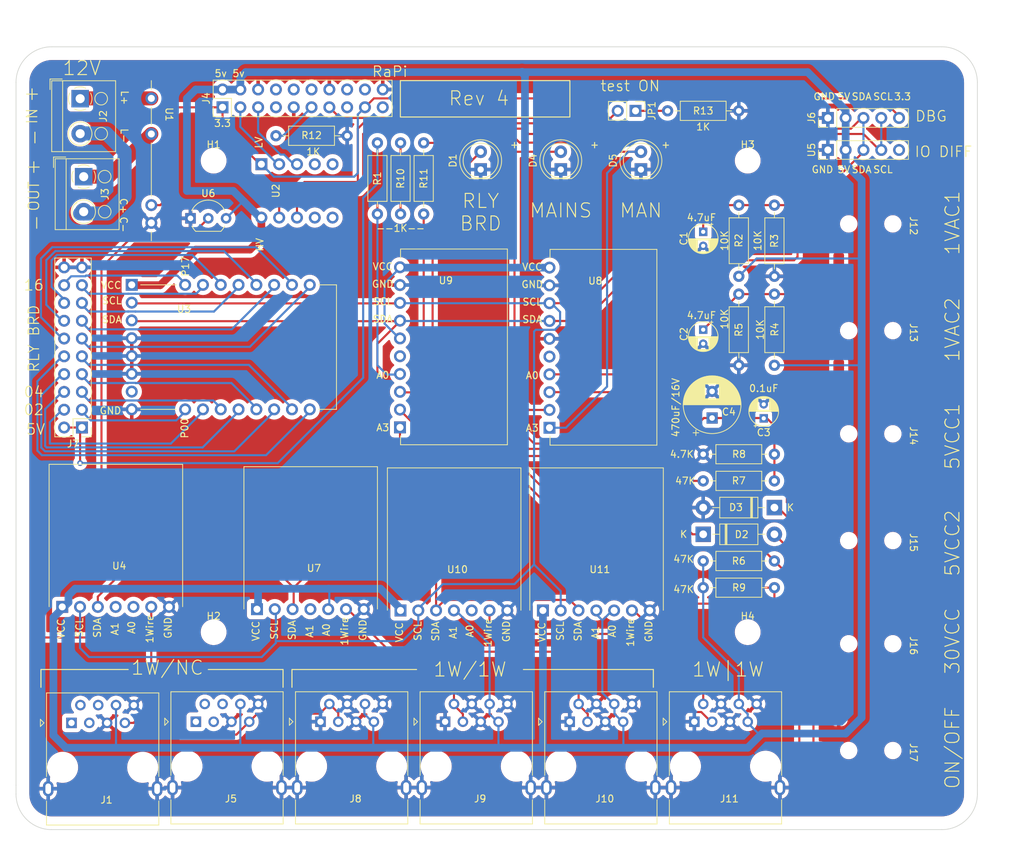
<source format=kicad_pcb>
(kicad_pcb (version 20211014) (generator pcbnew)
  (title_block (title "Main PCB") (rev "4"))
  (layers (0 "F.Cu" signal) (31 "B.Cu" signal) (34 "B.Paste" user) (35 "F.Paste" user) (36 "B.SilkS" user "B.Silkscreen") (37 "F.SilkS" user "F.Silkscreen") (38 "B.Mask" user) (39 "F.Mask" user) (44 "Edge.Cuts" user))
  (net 0 "")
  (net 1 "GND")
  (net 2 "Net-(C1-Pad1)")
  (net 3 "Net-(C2-Pad1)")
  (net 8 "Net-(D2-Pad1)")
  (net 9 "Net-(D2-Pad2)")
  (net 10 "Net-(D3-Pad1)")
  (net 11 "+5V")
  (net 12 "Net-(J1-Pad7)")
  (net 13 "/+3.3V")
  (net 14 "/SDA_L")
  (net 15 "/SCL_L")
  (net 16 "Net-(J4-Pad11)")
  (net 17 "Net-(J4-Pad13)")
  (net 18 "Net-(J10-Pad2)")
  (net 19 "Net-(J11-Pad2)")
  (net 20 "/A2{slash}1")
  (net 22 "/A1{slash}2")
  (net 25 "Net-(J15-Pad2)")
  (net 26 "/SDA")
  (net 27 "/SCL")
  (net 33 "/5VSS")
  (net 34 "/R01")
  (net 35 "/R02")
  (net 36 "/R15")
  (net 37 "/R16")
  (net 38 "/A1{slash}3")
  (net 39 "Net-(J2-Pad1)")
  (net 52 "Net-(J7-Pad8)")
  (net 53 "Net-(J7-Pad9)")
  (net 54 "Net-(J7-Pad10)")
  (net 55 "Net-(J7-Pad11)")
  (net 56 "Net-(J7-Pad12)")
  (net 57 "Net-(J7-Pad13)")
  (net 58 "Net-(J7-Pad14)")
  (net 59 "Net-(J7-Pad15)")
  (net 60 "Net-(J7-Pad16)")
  (net 61 "/A1{slash}0")
  (net 62 "/A1{slash}1")
  (net 63 "Net-(J14-Pad2)")
  (net 66 "/A2{slash}2")
  (net 67 "/A2{slash}3")
  (net 68 "Net-(JP1-Pad1)")
  (net 76 "/A2{slash}0")
  (net 77 "Net-(J7-Pad5)")
  (net 78 "Net-(J7-Pad6)")
  (net 79 "Net-(J7-Pad7)")
  (net 80 "Net-(J11-Pad3)")
  (net 81 "Net-(J2-Pad2)")
  (net 82 "Net-(J3-Pad1)")
  (footprint "Connector_PinHeader_2.54mm:PinHeader_1x02_P2.54mm_Vertical" (layer "F.Cu") (at 129.032 39.624 -90)
    (fp_text reference "JP1")
    (fp_text value "Jumper_2_Open")
  )
  (footprint "Resistor_THT:R_Axial_DIN0207_L6.3mm_D2.5mm_P10.16mm_Horizontal" (layer "F.Cu") (at 95.504 44.196 -90)
    (fp_text reference "R10")
    (fp_text value "1K")
  )
  (footprint "TerminalBlock_RND:TerminalBlock_RND_205-00001_1x02_P5.00mm_Horizontal" (layer "F.Cu") (at 49.792 37.886 -90)
    (fp_text reference "J2")
    (fp_text value "12V IN")
  )
  (footprint "Library:RJ45_Ninigi_GE_silver" (layer "F.Cu") (at 48.5555 127)
    (fp_text reference "J1")
    (fp_text value "RJ45_NC1W")
  )
  (footprint "LED_THT:LED_D5.0mm" (layer "F.Cu") (at 118.364 48.006 90)
    (fp_text reference "D4")
    (fp_text value "LED")
  )
  (footprint "Capacitor_THT:CP_Radial_D8.0mm_P3.80mm" (layer "F.Cu") (at 139.954 83.47838 90)
    (fp_text reference "C4")
    (fp_text value "470uF/16V")
  )
  (footprint "Library:PCF_8575" (layer "F.Cu") (at 54.61 61.9252)
    (fp_text reference "U3")
    (fp_text value "PCF_8575")
  )
  (footprint "Library:Pololu Level Shifter" (layer "F.Cu") (at 74.377 56.134 90)
    (fp_text reference "U2")
    (fp_text value "Pololu_Level_Shifter")
  )
  (footprint "Resistor_THT:R_Axial_DIN0207_L6.3mm_D2.5mm_P10.16mm_Horizontal" (layer "F.Cu") (at 138.684 88.646)
    (fp_text reference "R8")
    (fp_text value "4.7K")
  )
  (footprint "Capacitor_THT:CP_Radial_D4.0mm_P2.00mm" (layer "F.Cu") (at 147.32 83.5226 90)
    (fp_text reference "C3")
    (fp_text value "0.1uF")
  )
  (footprint "LED_THT:LED_D5.0mm" (layer "F.Cu") (at 129.794 48.006 90)
    (fp_text reference "D5")
    (fp_text value "LED")
  )
  (footprint "Library:3.5mmJack SMD" (layer "F.Cu") (at 167.7749 45.2991 -90)
    (fp_text reference "J12")
    (fp_text value "3.5Inch_Audio")
  )
  (footprint "Library:3.5mmJack SMD" (layer "F.Cu") (at 167.7749 75.2711 -90)
    (fp_text reference "J14")
    (fp_text value "3.5Inch_Audio")
  )
  (footprint "Resistor_THT:R_Axial_DIN0207_L6.3mm_D2.5mm_P10.16mm_Horizontal" (layer "F.Cu") (at 148.844 103.886 180)
    (fp_text reference "R6")
    (fp_text value "47K")
  )
  (footprint "Connector_PinHeader_2.54mm:PinHeader_1x05_P2.54mm_Vertical" (layer "F.Cu") (at 156.469 45.212 90)
    (fp_text reference "U5")
    (fp_text value "PCA9615_I2C_Diff")
  )
  (footprint "Library:RJ45_Ninigi_GE_silver" (layer "F.Cu") (at 119.64 126.8375)
    (fp_text reference "J10")
    (fp_text value "RJ45_1W1W")
  )
  (footprint "Diode_THT:D_DO-41_SOD81_P10.16mm_Horizontal" (layer "F.Cu") (at 148.844 96.266 180)
    (fp_text reference "D3")
    (fp_text value "1N4001")
  )
  (footprint "MountingHole:MountingHole_2.5mm" (layer "F.Cu") (at 68.834 114.046)
    (fp_text reference "H2")
    (fp_text value "MountingHole")
  )
  (footprint "MountingHole:MountingHole_2.5mm" (layer "F.Cu") (at 145.034 46.736)
    (fp_text reference "H3")
    (fp_text value "MountingHole")
  )
  (footprint "Library:3.5mmJack SMD" (layer "F.Cu") (at 167.7749 120.4831 -90)
    (fp_text reference "J17")
    (fp_text value locked "3.5Inch_Audio")
  )
  (footprint "MountingHole:MountingHole_2.5mm" (layer "F.Cu") (at 68.834 46.736)
    (fp_text reference "H1")
    (fp_text value "MountingHole")
  )
  (footprint "Capacitor_THT:CP_Radial_D4.0mm_P2.00mm" (layer "F.Cu") (at 138.684 56.896 -90)
    (fp_text reference "C1")
    (fp_text value "4.7uF")
  )
  (footprint "Library:RJ45_Ninigi_GE_silver" (layer "F.Cu") (at 101.86 126.8375)
    (fp_text reference "J9")
    (fp_text value locked "RJ45_1W1W")
  )
  (footprint "Resistor_THT:R_Axial_DIN0207_L6.3mm_D2.5mm_P10.16mm_Horizontal" (layer "F.Cu") (at 92.202 44.196 -90)
    (fp_text reference "R1")
    (fp_text value "1K")
  )
  (footprint "Library:3.5mmJack SMD" (layer "F.Cu") (at 167.7749 90.5111 -90)
    (fp_text reference "J15")
    (fp_text value "3.5Inch_Audio")
  )
  (footprint "LED_THT:LED_D5.0mm" (layer "F.Cu") (at 106.934 48.006 90)
    (fp_text reference "D1")
    (fp_text value "LED")
  )
  (footprint "Resistor_THT:R_Axial_DIN0207_L6.3mm_D2.5mm_P10.16mm_Horizontal" (layer "F.Cu") (at 77.724 43.18)
    (fp_text reference "R12")
    (fp_text value "1K")
  )
  (footprint "Library:3.5mmJack SMD" (layer "F.Cu") (at 167.7749 105.2431 -90)
    (fp_text reference "J16")
    (fp_text value "3.5Inch_Audio")
  )
  (footprint "Library:ADS1115" (layer "F.Cu") (at 114.2916 59.406)
    (fp_text reference "U8")
    (fp_text value "ADS1115")
  )
  (footprint "Library:DMO063_SSR" (layer "F.Cu") (at 62.484 35.306 -90)
    (fp_text reference "U1")
    (fp_text value "DMO063_SSR")
  )
  (footprint "Resistor_THT:R_Axial_DIN0207_L6.3mm_D2.5mm_P10.16mm_Horizontal" (layer "F.Cu") (at 133.604 39.624)
    (fp_text reference "R13")
    (fp_text value "1K")
  )
  (footprint "MountingHole:MountingHole_2.5mm" (layer "F.Cu") (at 145.034 114.046)
    (fp_text reference "H4")
    (fp_text value "MountingHole")
  )
  (footprint "Library:ADS1115" (layer "F.Cu") (at 92.964 59.3552)
    (fp_text reference "U9")
    (fp_text value "ADS1115")
  )
  (footprint "Library:AK-DS2482S-100" (layer "F.Cu") (at 113.944 90.6)
    (fp_text reference "U11")
    (fp_text value "AK-DS2482S-100")
  )
  (footprint "Library:AK-DS2482S-100" (layer "F.Cu") (at 93.624 90.6)
    (fp_text reference "U10")
    (fp_text value "AK-DS2482S-100")
  )
  (footprint "Resistor_THT:R_Axial_DIN0207_L6.3mm_D2.5mm_P10.16mm_Horizontal" (layer "F.Cu") (at 148.844 75.946 90)
    (fp_text reference "R4")
    (fp_text value "10K")
  )
  (footprint "Library:RJ45_Ninigi_GE_silver" (layer "F.Cu") (at 137.42 126.8375)
    (fp_text reference "J11")
    (fp_text value "RJ45_1W1W")
  )
  (footprint "Resistor_THT:R_Axial_DIN0207_L6.3mm_D2.5mm_P10.16mm_Horizontal" (layer "F.Cu") (at 148.844 92.456 180)
    (fp_text reference "R7")
    (fp_text value "47K")
  )
  (footprint "Resistor_THT:R_Axial_DIN0207_L6.3mm_D2.5mm_P10.16mm_Horizontal" (layer "F.Cu") (at 143.764 63.246 90)
    (fp_text reference "R2")
    (fp_text value "10K")
  )
  (footprint "Library:3.5mmJack SMD" (layer "F.Cu") (at 167.7749 60.5391 -90)
    (fp_text reference "J13")
    (fp_text value "3.5Inch_Audio")
  )
  (footprint "Connector_PinHeader_2.54mm:PinHeader_2x10_P2.54mm_Vertical" (layer "F.Cu") (at 70.104 39.116 90)
    (fp_text reference "J4")
    (fp_text value "RaPi_Connector")
  )
  (footprint "Capacitor_THT:CP_Radial_D4.0mm_P2.00mm" (layer "F.Cu") (at 138.684 70.866 -90)
    (fp_text reference "C2")
    (fp_text value "4.7uF")
  )
  (footprint "Library:AK-DS2482S-100" (layer "F.Cu") (at 45.364 90.092)
    (fp_text reference "U4")
    (fp_text value "AK-DS2482S-100")
  )
  (footprint "Connector_PinHeader_2.54mm:PinHeader_1x05_P2.54mm_Vertical" (layer "F.Cu") (at 156.469 40.64 90)
    (fp_text reference "J6")
    (fp_text value "Conn_01x05")
  )
  (footprint "Resistor_THT:R_Axial_DIN0207_L6.3mm_D2.5mm_P10.16mm_Horizontal" (layer "F.Cu") (at 148.844 107.696 180)
    (fp_text reference "R9")
    (fp_text value "47K")
  )
  (footprint "Library:AK-DS2482S-100" (layer "F.Cu") (at 73.152 90.424)
    (fp_text reference "U7")
    (fp_text value "AK-DS2482S-100")
  )
  (footprint "Connector_PinHeader_2.54mm:PinHeader_2x10_P2.54mm_Vertical" (layer "F.Cu") (at 50.043 84.831 180)
    (fp_text reference "J7")
    (fp_text value "SainSmart_connector")
  )
  (footprint "TerminalBlock_RND:TerminalBlock_RND_205-00001_1x02_P5.00mm_Horizontal" (layer "F.Cu") (at 50.292 49.022 -90)
    (fp_text reference "J3")
    (fp_text value "12V OUT")
  )
  (footprint "Resistor_THT:R_Axial_DIN0207_L6.3mm_D2.5mm_P10.16mm_Horizontal" (layer "F.Cu") (at 98.806 44.196 -90)
    (fp_text reference "R11")
    (fp_text value "1K")
  )
  (footprint "Library:RJ45_Ninigi_GE_silver" (layer "F.Cu") (at 66.3 126.8375)
    (fp_text reference "J5")
    (fp_text value "RJ45_NC1W")
  )
  (footprint "Diode_THT:D_DO-41_SOD81_P10.16mm_Horizontal" (layer "F.Cu") (at 138.684 100.076)
    (fp_text reference "D2")
    (fp_text value "1N4001")
  )
  (footprint "Library:RJ45_Ninigi_GE_silver" (layer "F.Cu") (at 84.08 126.8375)
    (fp_text reference "J8")
    (fp_text value "RJ45_1W1W")
  )
  (footprint "Package_TO_SOT_THT:TO-92_Inline_Wide" (layer "F.Cu") (at 65.532 54.97)
    (fp_text reference "U6")
    (fp_text value "DS18B20")
  )
  (footprint "Resistor_THT:R_Axial_DIN0207_L6.3mm_D2.5mm_P10.16mm_Horizontal" (layer "F.Cu") (at 143.764 65.786 -90)
    (fp_text reference "R5")
    (fp_text value "10K")
  )
  (footprint "Resistor_THT:R_Axial_DIN0207_L6.3mm_D2.5mm_P10.16mm_Horizontal" (layer "F.Cu") (at 148.844 53.086 -90)
    (fp_text reference "R3")
    (fp_text value "10K")
  )
  (gr_line (start 131.572 121.92) (end 131.572 119.38) (layer "F.SilkS") (width 0.153))
  (gr_line (start 44.196 119.38) (end 44.196 121.92) (layer "F.SilkS") (width 0.153))
  (gr_line (start 78.74 121.92) (end 78.74 119.38) (layer "F.SilkS") (width 0.153))
  (gr_rect (start 95.4765 35.306) (end 119.6615 40.506) (layer "F.SilkS") (width 0.15) (fill none))
  (gr_line (start 80.01 119.38) (end 80.01 121.92) (layer "F.SilkS") (width 0.153))
  (gr_line (start 80.01 119.38) (end 97.79 119.38) (layer "F.SilkS") (width 0.153))
  (gr_line (start 68.072 119.38) (end 78.74 119.38) (layer "F.SilkS") (width 0.153))
  (gr_line (start 113.03 119.38) (end 131.572 119.38) (layer "F.SilkS") (width 0.153))
  (gr_line (start 44.196 119.38) (end 56.642 119.38) (layer "F.SilkS") (width 0.153))
  (gr_arc (start 177.8 137.16) (mid 176.312102 140.752102) (end 172.72 142.24) (layer "Edge.Cuts") (width 0.1))
  (gr_line (start 177.8 137.16) (end 177.8 135.89) (layer "Edge.Cuts") (width 0.1))
  (gr_arc (start 45.72 142.24) (mid 42.127898 140.752102) (end 40.64 137.16) (layer "Edge.Cuts") (width 0.1))
  (gr_line (start 40.64 35.56) (end 40.640004 135.89) (layer "Edge.Cuts") (width 0.1))
  (gr_arc (start 40.639996 35.56) (mid 42.127894 31.967898) (end 45.719996 30.48) (layer "Edge.Cuts") (width 0.1))
  (gr_line (start 172.72 30.479996) (end 45.719996 30.48) (layer "Edge.Cuts") (width 0.1))
  (gr_arc (start 172.72 30.479996) (mid 176.312102 31.967894) (end 177.8 35.559996) (layer "Edge.Cuts") (width 0.1))
  (gr_line (start 177.8 135.89) (end 177.8 35.559996) (layer "Edge.Cuts") (width 0.1))
  (gr_line (start 45.72 142.24) (end 172.72 142.24) (layer "Edge.Cuts") (width 0.1))
  (gr_line (start 40.640004 135.89) (end 40.64 137.16) (layer "Edge.Cuts") (width 0.1))
  (gr_text "5VCC1" (at 174.244 86.106 90) (layer "F.SilkS") (effects (font (size 2 2))))
  (gr_text "RaPi" (at 93.98 34.036) (layer "F.SilkS") (effects (font (size 1.5 1.5))))
  (gr_text "5V" (at 43.434 85.09) (layer "F.SilkS") (effects (font (size 1.5 1.5))))
  (gr_text "1W|1W" (at 142.24 119.38) (layer "F.SilkS") (effects (font (size 2 2))))
  (gr_text "Rev 4" (at 106.68 37.846) (layer "F.SilkS") (effects (font (size 2 2))))
  (gr_text "IN" (at 42.926 40.386 90) (layer "F.SilkS") (effects (font (size 1.5 1.5))))
  (gr_text "SDA" (at 161.29 37.592) (layer "F.SilkS") (effects (font (size 1 1))))
  (gr_text "02" (at 43.18 82.296) (layer "F.SilkS") (effects (font (size 1.5 1.5))))
  (gr_text "+" (at 133.35 44.45) (layer "F.SilkS") (effects (font (size 1 1))))
  (gr_text "DBG" (at 171.196 40.386) (layer "F.SilkS") (effects (font (size 1.5 1.5))))
  (gr_text "IO DIFF" (at 172.974 45.466) (layer "F.SilkS") (effects (font (size 1.5 1.5))))
  (gr_text "1W/1W" (at 105.41 119.38) (layer "F.SilkS") (effects (font (size 2 2))))
  (gr_text "+" (at 43.18 47.498) (layer "F.SilkS") (effects (font (size 2 2))))
  (gr_text "--1K--" (at 95.504 56.388) (layer "F.SilkS") (effects (font (size 1 1))))
  (gr_text "SDA" (at 161.29 48.006) (layer "F.SilkS") (effects (font (size 1 1))))
  (gr_text "5V" (at 158.75 48.006) (layer "F.SilkS") (effects (font (size 1 1))))
  (gr_text "5V" (at 158.75 37.592) (layer "F.SilkS") (effects (font (size 1 1))))
  (gr_text "SCL" (at 164.338 48.006) (layer "F.SilkS") (effects (font (size 1 1))))
  (gr_text "-" (at 43.434 55.626 90) (layer "F.SilkS") (effects (font (size 2 2))))
  (gr_text "12V" (at 50.038 33.528) (layer "F.SilkS") (effects (font (size 2 2))))
  (gr_text "MAN" (at 129.794 53.848) (layer "F.SilkS") (effects (font (size 2 2))))
  (gr_text "1VAC2" (at 174.244 70.866 90) (layer "F.SilkS") (effects (font (size 2 2))))
  (gr_text "SCL" (at 164.338 37.592) (layer "F.SilkS") (effects (font (size 1 1))))
  (gr_text "3.3" (at 70.104 41.402) (layer "F.SilkS") (effects (font (size 1 1))))
  (gr_text "5v" (at 72.39 34.29) (layer "F.SilkS") (effects (font (size 1 1))))
  (gr_text "ON/OFF" (at 174.244 130.556 90) (layer "F.SilkS") (effects (font (size 2 2))))
  (gr_text "04\n" (at 43.18 79.756) (layer "F.SilkS") (effects (font (size 1.5 1.5))))
  (gr_text "5VCC2" (at 174.244 101.346 90) (layer "F.SilkS") (effects (font (size 2 2))))
  (gr_text "GND" (at 155.702 48.006) (layer "F.SilkS") (effects (font (size 1 1))))
  (gr_text "30VCC" (at 174.244 115.316 90) (layer "F.SilkS") (effects (font (size 2 2))))
  (gr_text "+" (at 111.76 44.45) (layer "F.SilkS") (effects (font (size 1 1))))
  (gr_text "+" (at 42.926 37.084) (layer "F.SilkS") (effects (font (size 2 2))))
  (gr_text "+" (at 123.19 44.45) (layer "F.SilkS") (effects (font (size 1 1))))
  (gr_text "-" (at 43.18 43.434 90) (layer "F.SilkS") (effects (font (size 2 2))))
  (gr_text "16" (at 43.18 64.516) (layer "F.SilkS") (effects (font (size 1.5 1.5))))
  (gr_text "3.3" (at 167.132 37.592) (layer "F.SilkS") (effects (font (size 1 1))))
  (gr_text "RLY BRD" (at 43.18 72.136 90) (layer "F.SilkS") (effects (font (size 1.5 1.5))))
  (gr_text "MAINS" (at 118.364 53.848) (layer "F.SilkS") (effects (font (size 2 2))))
  (gr_text "test ON" (at 128.27 36.068) (layer "F.SilkS") (effects (font (size 1.5 1.5))))
  (gr_text "GND" (at 155.956 37.592) (layer "F.SilkS") (effects (font (size 1 1))))
  (gr_text "1W/NC" (at 62.23 119.126) (layer "F.SilkS") (effects (font (size 2 2))))
  (gr_text "1VAC1" (at 174.244 55.626 90) (layer "F.SilkS") (effects (font (size 2 2))))
  (gr_text "OUT" (at 43.18 51.816 90) (layer "F.SilkS") (effects (font (size 1.5 1.5))))
  (gr_text "RLY\nBRD" (at 106.934 54.102) (layer "F.SilkS") (effects (font (size 2 2))))
  (gr_text "5v" (at 69.85 34.29) (layer "F.SilkS") (effects (font (size 1 1))))
  (segment (start 140.97 53.086) (end 143.764 53.086) (width 0.3) (layer "F.Cu") (net 2))
  (segment (start 148.844 53.086) (end 155.1475 53.086) (width 0.3) (layer "F.Cu") (net 2))
  (segment (start 143.764 53.086) (end 148.844 53.086) (width 0.3) (layer "F.Cu") (net 2))
  (segment (start 138.684 56.896) (end 138.684 55.372) (width 0.3) (layer "F.Cu") (net 2))
  (segment (start 155.1475 53.086) (end 157.7673 50.4662) (width 0.3) (layer "F.Cu") (net 2))
  (segment (start 138.684 55.372) (end 140.97 53.086) (width 0.3) (layer "F.Cu") (net 2))
  (segment (start 148.844 65.786) (end 157.6875 65.786) (width 0.3) (layer "F.Cu") (net 3))
  (segment (start 143.764 65.786) (end 148.844 65.786) (width 0.3) (layer "F.Cu") (net 3))
  (segment (start 138.684 70.866) (end 143.764 65.786) (width 0.3) (layer "F.Cu") (net 3))
  (segment (start 136.906 92.456) (end 135.382 93.98) (width 0.3) (layer "F.Cu") (net 8))
  (segment (start 135.382 98.298) (end 137.16 100.076) (width 0.3) (layer "F.Cu") (net 8))
  (segment (start 135.382 93.98) (end 135.382 98.298) (width 0.3) (layer "F.Cu") (net 8))
  (segment (start 137.16 100.076) (end 138.684 100.076) (width 0.3) (layer "F.Cu") (net 8))
  (segment (start 138.684 92.456) (end 136.906 92.456) (width 0.3) (layer "F.Cu") (net 8))
  (segment (start 154.4145 115.6716) (end 152.5016 115.6716) (width 0.3) (layer "F.Cu") (net 9))
  (segment (start 151.638 102.87) (end 148.844 100.076) (width 0.3) (layer "F.Cu") (net 9))
  (segment (start 152.5016 115.6716) (end 151.638 114.808) (width 0.3) (layer "F.Cu") (net 9))
  (segment (start 151.638 114.808) (end 151.638 102.87) (width 0.3) (layer "F.Cu") (net 9))
  (segment (start 151.13 100.838) (end 151.13 98.044) (width 0.3) (layer "F.Cu") (net 10))
  (segment (start 152.654 108.204) (end 152.654 102.362) (width 0.3) (layer "F.Cu") (net 10))
  (segment (start 152.654 102.362) (end 151.13 100.838) (width 0.3) (layer "F.Cu") (net 10))
  (segment (start 154.94 110.49) (end 152.654 108.204) (width 0.3) (layer "F.Cu") (net 10))
  (segment (start 157.7673 110.49) (end 154.94 110.49) (width 0.3) (layer "F.Cu") (net 10))
  (segment (start 151.13 98.044) (end 149.352 96.266) (width 0.3) (layer "F.Cu") (net 10))
  (segment (start 75.647 57.8046) (end 74.0156 59.436) (width 1.1) (layer "F.Cu") (net 11))
  (segment (start 66.294 59.436) (end 74.0156 59.436) (width 1.1) (layer "F.Cu") (net 11))
  (segment (start 61.214 64.516) (end 66.294 59.436) (width 1.1) (layer "F.Cu") (net 11))
  (segment (start 57.404 64.516) (end 61.214 64.516) (width 1.1) (layer "F.Cu") (net 11))
  (segment (start 75.647 54.864) (end 75.647 57.8046) (width 1.1) (layer "F.Cu") (net 11))
  (segment (start 115.814 130.312) (end 115.57 130.556) (width 1.1) (layer "B.Cu") (net 11))
  (segment (start 127.254 130.556) (end 115.57 130.556) (width 1.1) (layer "B.Cu") (net 11))
  (segment (start 146.304 60.706) (end 161.29 60.706) (width 0.3) (layer "B.Cu") (net 11))
  (segment (start 95.424 62.036) (end 93.218 64.242) (width 0.3) (layer "B.Cu") (net 11))
  (segment (start 108.966 130.556) (end 91.186 130.556) (width 1.1) (layer "B.Cu") (net 11))
  (segment (start 112.83552 34.09552) (end 73.406 34.09552) (width 1.1) (layer "B.Cu") (net 11))
  (segment (start 112.83552 34.09552) (end 153.585542 34.09552) (width 1.1) (layer "B.Cu") (net 11))
  (segment (start 108.21 119.894) (end 108.21 124.2975) (width 0.3) (layer "B.Cu") (net 11))
  (segment (start 109.474 127) (end 109.474 130.048) (width 0.3) (layer "B.Cu") (net 11))
  (segment (start 72.644 124.46) (end 72.644 130.302) (width 0.3) (layer "B.Cu") (net 11))
  (segment (start 66.289 36.581) (end 65.024 37.846) (width 1.1) (layer "B.Cu") (net 11))
  (segment (start 85.334 107.94) (end 85.2424 107.8484) (width 0.3) (layer "B.Cu") (net 11))
  (segment (start 147.066 128.524) (end 145.034 130.556) (width 1.1) (layer "B.Cu") (net 11))
  (segment (start 126.0255 124.448) (end 126.0255 125.718) (width 0.3) (layer "B.Cu") (net 11))
  (segment (start 108.204 124.46) (end 108.204 125.73) (width 0.3) (layer "B.Cu") (net 11))
  (segment (start 108.204 119.888) (end 108.21 119.894) (width 0.3) (layer "B.Cu") (net 11))
  (segment (start 54.9055 124.448) (end 54.9055 130.0895) (width 0.3) (layer "B.Cu") (net 11))
  (segment (start 127.2955 126.988) (end 127.2955 130.5145) (width 0.3) (layer "B.Cu") (net 11))
  (segment (start 145.034 125.73) (end 143.764 124.46) (width 0.3) (layer "B.Cu") (net 11))
  (segment (start 91.6085 126.988) (end 91.6085 130.1335) (width 0.3) (layer "B.Cu") (net 11))
  (segment (start 147.066 128.524) (end 159.004 128.524) (width 1.1) (layer "B.Cu") (net 11))
  (segment (start 138.684 114.808) (end 138.684 107.696) (width 0.3) (layer "B.Cu") (net 11))
  (segment (start 127.2955 130.5145) (end 127.254 130.556) (width 0.3) (layer "B.Cu") (net 11))
  (segment (start 108.204 115.786) (end 103.114 110.696) (width 0.3) (layer "B.Cu") (net 11))
  (segment (start 124.2915 122.714) (end 126.0255 124.448) (width 0.3) (layer "B.Cu") (net 11))
  (segment (start 153.585542 34.09552) (end 159.009 39.518978) (width 1.1) (layer "B.Cu") (net 11))
  (segment (start 113.254 34.514) (end 112.83552 34.09552) (width 1.2) (layer "B.Cu") (net 11))
  (segment (start 108.204 119.888) (end 108.204 115.786) (width 0.3) (layer "B.Cu") (net 11))
  (segment (start 159.009 39.518978) (end 159.009 45.466) (width 1.1) (layer "B.Cu") (net 11))
  (segment (start 72.136 130.556) (end 47.752 130.556) (width 1.1) (layer "B.Cu") (net 11))
  (segment (start 91.694 130.556) (end 72.39 130.556) (width 1.1) (layer "B.Cu") (net 11))
  (segment (start 161.29 49.53) (end 161.29 60.706) (width 1.1) (layer "B.Cu") (net 11))
  (segment (start 65.024 51.054) (end 71.628 51.054) (width 1.1) (layer "B.Cu") (net 11))
  (segment (start 47.752 130.556) (end 45.974 128.778) (width 1.1) (layer "B.Cu") (net 11))
  (segment (start 72.644 130.302) (end 72.39 130.556) (width 0.3) (layer "B.Cu") (net 11))
  (segment (start 73.406 34.09552) (end 72.649 34.85252) (width 1.1) (layer "B.Cu") (net 11))
  (segment (start 146.558 128.524) (end 147.066 128.524) (width 0.3) (layer "B.Cu") (net 11))
  (segment (start 113.254 62.006) (end 95.454 62.006) (width 1.1) (layer "B.Cu") (net 11))
  (segment (start 72.2215 130.4705) (end 72.136 130.556) (width 0.3) (layer "B.Cu") (net 11))
  (segment (start 71.628 51.054) (end 73.152 52.578) (width 1.1) (layer "B.Cu") (net 11))
  (segment (start 159.009 47.249) (end 161.29 49.53) (width 1.1) (layer "B.Cu") (net 11))
  (segment (start 143.77 119.894) (end 138.684 114.808) (width 0.3) (layer "B.Cu") (net 11))
  (segment (start 159.009 45.466) (end 159.009 47.249) (width 1.1) (layer "B.Cu") (net 11))
  (segment (start 138.684 107.696) (end 138.684 103.886) (width 0.3) (layer "B.Cu") (net 11))
  (segment (start 108.204 125.73) (end 109.474 127) (width 0.3) (layer "B.Cu") (net 11))
  (segment (start 115.814 110.696) (end 115.814 130.312) (width 1.1) (layer "B.Cu") (net 11))
  (segment (start 90.3385 124.448) (end 90.3385 125.718) (width 0.3) (layer "B.Cu") (net 11))
  (segment (start 93.218 64.242) (end 93.218 69.99) (width 0.3) (layer "B.Cu") (net 11))
  (segment (start 117.014 62.006) (end 113.254 62.006) (width 1.1) (layer "B.Cu") (net 11))
  (segment (start 49.0728 107.8484) (end 85.2424 107.8484) (width 1.1) (layer "B.Cu") (net 11))
  (segment (start 143.764 63.246) (end 146.304 60.706) (width 0.3) (layer "B.Cu") (net 11))
  (segment (start 48.120489 109.809511) (end 48.120489 108.800711) (width 1.1) (layer "B.Cu") (net 11))
  (segment (start 45.974 111.956) (end 48.120489 109.809511) (width 1.1) (layer "B.Cu") (net 11))
  (segment (start 145.034 130.556) (end 127.254 130.556) (width 1.1) (layer "B.Cu") (net 11))
  (segment (start 75.174 110.696) (end 75.174 107.94) (width 1.1) (layer "B.Cu") (net 11))
  (segment (start 90.3385 125.718) (end 91.6085 126.988) (width 0.3) (layer "B.Cu") (net 11))
  (segment (start 115.57 130.556) (end 109.982 130.556) (width 1.1) (layer "B.Cu") (net 11))
  (segment (start 109.474 130.048) (end 109.982 130.556) (width 0.3) (layer "B.Cu") (net 11))
  (segment (start 93.218 69.99) (end 95.424 72.196) (width 0.3) (layer "B.Cu") (net 11))
  (segment (start 161.036 75.946) (end 161.29 75.692) (width 0.3) (layer "B.Cu") (net 11))
  (segment (start 92.6464 107.8484) (end 95.494 110.696) (width 1.1) (layer "B.Cu") (net 11))
  (segment (start 126.0255 125.718) (end 127.2955 126.988) (width 0.3) (layer "B.Cu") (net 11))
  (segment (start 159.004 128.524) (end 161.29 126.238) (width 1.1) (layer "B.Cu") (net 11))
  (segment (start 48.120489 108.800711) (end 49.0728 107.8484) (width 1.1) (layer "B.Cu") (net 11))
  (segment (start 143.77 124.2975) (end 143.77 119.894) (width 0.3) (layer "B.Cu") (net 11))
  (segment (start 72.649 36.581) (end 66.289 36.581) (width 1.1) (layer "B.Cu") (net 11))
  (segment (start 45.974 128.778) (end 45.974 111.956) (width 1.1) (layer "B.Cu") (net 11))
  (segment (start 145.034 127) (end 146.558 128.524) (width 0.3) (layer "B.Cu") (net 11))
  (segment (start 109.982 130.556) (end 108.966 130.556) (width 1.1) (layer "B.Cu") (net 11))
  (segment (start 70.612 54.97) (end 73.004 52.578) (width 0.3) (layer "B.Cu") (net 11))
  (segment (start 73.152 52.578) (end 75.438 54.864) (width 1.1) (layer "B.Cu") (net 11))
  (segment (start 85.334 110.696) (end 85.334 107.94) (width 0.3) (layer "B.Cu") (net 11))
  (segment (start 124.2915 112.3785) (end 124.2915 122.714) (width 0.3) (layer "B.Cu") (net 11))
  (segment (start 161.29 60.706) (end 161.29 61.722) (width 1.1) (layer "B.Cu") (net 11))
  (segment (start 148.844 75.946) (end 161.036 75.946) (width 0.3) (layer "B.Cu") (net 11))
  (segment (start 73.004 52.578) (end 73.152 52.578) (width 0.3) (layer "B.Cu") (net 11))
  (segment (start 145.034 127) (end 145.034 125.73) (width 0.3) (layer "B.Cu") (net 11))
  (segment (start 113.254 62.006) (end 113.254 34.514) (width 1.1) (layer "B.Cu") (net 11))
  (segment (start 123.434 111.496) (end 124.206 112.268) (width 0.3) (layer "B.Cu") (net 11))
  (segment (start 72.39 130.556) (end 72.136 130.556) (width 1.1) (layer "B.Cu") (net 11))
  (segment (start 85.2424 107.8484) (end 92.6464 107.8484) (width 1.1) (layer "B.Cu") (net 11))
  (segment (start 161.29 126.238) (end 161.29 75.692) (width 1.1) (layer "B.Cu") (net 11))
  (segment (start 125.974 110.696) (end 124.2915 112.3785) (width 0.3) (layer "B.Cu") (net 11))
  (segment (start 72.649 34.85252) (end 72.649 36.581) (width 1.1) (layer "B.Cu") (net 11))
  (segment (start 161.29 61.722) (end 161.29 75.692) (width 1.1) (layer "B.Cu") (net 11))
  (segment (start 65.024 37.846) (end 65.024 51.054) (width 1.1) (layer "B.Cu") (net 11))
  (segment (start 52.832 61.976) (end 57.15 57.658) (width 0.3) (layer "F.Cu") (net 12))
  (segment (start 51.054 105.41) (end 52.832 103.632) (width 0.3) (layer "F.Cu") (net 12))
  (segment (start 52.832 103.632) (end 52.832 61.976) (width 0.3) (layer "F.Cu") (net 12))
  (segment (start 59.934 124.47) (end 57.404 127) (width 0.3) (layer "F.Cu") (net 12))
  (segment (start 59.934 124.47) (end 59.934 114.808) (width 0.3) (layer "F.Cu") (net 12))
  (segment (start 44.196 105.41) (end 51.054 105.41) (width 0.3) (layer "F.Cu") (net 12))
  (segment (start 59.934 110.696) (end 59.934 114.808) (width 0.3) (layer "F.Cu") (net 12))
  (segment (start 66.319022 57.658) (end 66.319022 56.722978) (width 0.3) (layer "F.Cu") (net 12))
  (segment (start 75.073511 125.683989) (end 73.92 126.8375) (width 0.3) (layer "F.Cu") (net 12))
  (segment (start 59.934 124.47) (end 64.1404 128.6764) (width 0.3) (layer "F.Cu") (net 12))
  (segment (start 57.404 127) (end 56.1755 127) (width 0.3) (layer "F.Cu") (net 12))
  (segment (start 59.934 114.808) (end 44.196 114.808) (width 0.3) (layer "F.Cu") (net 12))
  (segment (start 44.196 114.808) (end 44.196 105.41) (width 0.3) (layer "F.Cu") (net 12))
  (segment (start 86.62 126.8375) (end 86.62 125.5675) (width 0.3) (layer "F.Cu") (net 12))
  (segment (start 57.15 57.658) (end 66.319022 57.658) (width 0.3) (layer "F.Cu") (net 12))
  (segment (start 83.963511 125.683989) (end 75.073511 125.683989) (width 0.3) (layer "F.Cu") (net 12))
  (segment (start 66.319022 56.722978) (end 68.072 54.97) (width 0.3) (layer "F.Cu") (net 12))
  (segment (start 72.0811 128.6764) (end 73.92 126.8375) (width 0.3) (layer "F.Cu") (net 12))
  (segment (start 85.35 124.2975) (end 83.963511 125.683989) (width 0.3) (layer "F.Cu") (net 12))
  (segment (start 86.62 125.5675) (end 85.35 124.2975) (width 0.3) (layer "F.Cu") (net 12))
  (segment (start 64.1404 128.6764) (end 72.0811 128.6764) (width 0.3) (layer "F.Cu") (net 12))
  (segment (start 70.104 41.91) (end 75.438 47.244) (width 0.3) (layer "F.Cu") (net 13))
  (segment (start 63.759 39.121) (end 63.754 39.116) (width 0.3) (layer "F.Cu") (net 13))
  (segment (start 164.089 37.846) (end 91.704 37.846) (width 0.3) (layer "F.Cu") (net 13))
  (segment (start 62.484 40.386) (end 62.484 51.816) (width 0.3) (layer "F.Cu") (net 13))
  (segment (start 166.629 40.386) (end 164.089 37.846) (width 0.3) (layer "F.Cu") (net 13))
  (segment (start 62.484 51.816) (end 61.214 53.086) (width 0.3) (layer "F.Cu") (net 13))
  (segment (start 91.704 37.846) (end 90.429 39.121) (width 0.3) (layer "F.Cu") (net 13))
  (segment (start 61.214 53.086) (end 59.944 53.086) (width 0.3) (layer "F.Cu") (net 13))
  (segment (start 70.109 39.121) (end 63.759 39.121) (width 0.3) (layer "F.Cu") (net 13))
  (segment (start 70.104 39.116) (end 70.104 41.91) (width 0.3) (layer "F.Cu") (net 13))
  (segment (start 63.754 39.116) (end 62.484 40.386) (width 0.3) (layer "F.Cu") (net 13))
  (segment (start 88.9 49.022) (end 77.425 49.022) (width 0.3) (layer "B.Cu") (net 13))
  (segment (start 77.425 49.022) (end 75.647 47.244) (width 0.3) (layer "B.Cu") (net 13))
  (segment (start 89.408 48.514) (end 88.9 49.022) (width 0.3) (layer "B.Cu") (net 13))
  (segment (start 89.408 40.132) (end 89.408 48.514) (width 0.3) (layer "B.Cu") (net 13))
  (segment (start 90.424 39.116) (end 89.408 40.132) (width 0.3) (layer "B.Cu") (net 13))
  (segment (start 72.644 39.116) (end 72.644 41.91) (width 0.3) (layer "B.Cu") (net 14))
  (segment (start 72.644 41.91) (end 77.978 47.244) (width 0.3) (layer "B.Cu") (net 14))
  (segment (start 80.264 47.244) (end 78.884245 45.864245) (width 0.3) (layer "B.Cu") (net 15))
  (segment (start 75.184 42.672) (end 75.184 39.116) (width 0.3) (layer "B.Cu") (net 15))
  (segment (start 78.376245 45.864245) (end 75.184 42.672) (width 0.3) (layer "B.Cu") (net 15))
  (segment (start 78.884245 45.864245) (end 78.376245 45.864245) (width 0.3) (layer "B.Cu") (net 15))
  (segment (start 82.804 39.116) (end 78.74 43.18) (width 0.3) (layer "B.Cu") (net 16))
  (segment (start 78.74 43.18) (end 77.724 43.18) (width 0.3) (layer "B.Cu") (net 16))
  (segment (start 125.476 40.64) (end 126.492 39.624) (width 0.3) (layer "F.Cu") (net 17))
  (segment (start 85.344 39.116) (end 86.868 40.64) (width 0.3) (layer "F.Cu") (net 17))
  (segment (start 86.868 40.64) (end 125.476 40.64) (width 0.3) (layer "F.Cu") (net 17))
  (segment (start 122.2155 125.718) (end 120.9455 124.448) (width 0.3) (layer "F.Cu") (net 18))
  (segment (start 94.018 116.84) (end 117.9095 116.84) (width 0.3) (layer "F.Cu") (net 18))
  (segment (start 120.9455 119.876) (end 120.91 119.9115) (width 0.3) (layer "F.Cu") (net 18))
  (segment (start 103.124 118.618) (end 101.346 116.84) (width 0.3) (layer "F.Cu") (net 18))
  (segment (start 94.018 116.84) (end 87.874 110.696) (width 0.3) (layer "F.Cu") (net 18))
  (segment (start 104.394 125.73) (end 103.124 124.46) (width 0.3) (layer "F.Cu") (net 18))
  (segment (start 120.9455 119.876) (end 117.9095 116.84) (width 0.3) (layer "F.Cu") (net 18))
  (segment (start 103.124 124.46) (end 103.124 118.618) (width 0.3) (layer "F.Cu") (net 18))
  (segment (start 120.91 119.9115) (end 120.91 124.2975) (width 0.3) (layer "F.Cu") (net 18))
  (segment (start 104.394 127) (end 104.394 125.73) (width 0.3) (layer "F.Cu") (net 18))
  (segment (start 122.2155 126.988) (end 122.2155 125.718) (width 0.3) (layer "F.Cu") (net 18))
  (segment (start 138.69 119.894) (end 138.69 124.2975) (width 0.3) (layer "F.Cu") (net 19))
  (segment (start 133.642 115.824) (end 134.62 115.824) (width 0.3) (layer "F.Cu") (net 19))
  (segment (start 128.514 110.696) (end 133.642 115.824) (width 0.3) (layer "F.Cu") (net 19))
  (segment (start 134.62 115.824) (end 138.69 119.894) (width 0.3) (layer "F.Cu") (net 19))
  (segment (start 133.35 88.9) (end 113.03 88.9) (width 0.3) (layer "F.Cu") (net 20))
  (segment (start 103.946 79.816) (end 95.424 79.816) (width 0.3) (layer "F.Cu") (net 20))
  (segment (start 113.03 88.9) (end 103.946 79.816) (width 0.3) (layer "F.Cu") (net 20))
  (segment (start 147.74038 83.47838) (end 148.844 84.582) (width 0.3) (layer "F.Cu") (net 20))
  (segment (start 138.77162 83.47838) (end 133.35 88.9) (width 0.3) (layer "F.Cu") (net 20))
  (segment (start 148.844 92.456) (end 148.844 88.646) (width 0.3) (layer "F.Cu") (net 20))
  (segment (start 139.954 83.47838) (end 138.77162 83.47838) (width 0.3) (layer "F.Cu") (net 20))
  (segment (start 139.954 83.47838) (end 147.74038 83.47838) (width 0.3) (layer "F.Cu") (net 20))
  (segment (start 148.844 84.582) (end 148.844 88.646) (width 0.3) (layer "F.Cu") (net 20))
  (segment (start 95.504 47.244) (end 95.504 44.196) (width 0.3) (layer "F.Cu") (net 22))
  (segment (start 109.982 43.688) (end 103.632 43.688) (width 0.3) (layer "F.Cu") (net 22))
  (segment (start 111.76 45.466) (end 109.982 43.688) (width 0.3) (layer "F.Cu") (net 22))
  (segment (start 100.076 47.244) (end 95.504 47.244) (width 0.3) (layer "F.Cu") (net 22))
  (segment (start 118.364 45.466) (end 111.76 45.466) (width 0.3) (layer "F.Cu") (net 22))
  (segment (start 113.822 82.326) (end 111.76 80.264) (width 0.3) (layer "F.Cu") (net 22))
  (segment (start 103.632 43.688) (end 100.076 47.244) (width 0.3) (layer "F.Cu") (net 22))
  (segment (start 111.76 80.264) (end 111.76 45.466) (width 0.3) (layer "F.Cu") (net 22))
  (segment (start 117.014 82.326) (end 113.822 82.326) (width 0.3) (layer "F.Cu") (net 22))
  (segment (start 152.146 100.076) (end 152.146 97.028) (width 0.3) (layer "F.Cu") (net 25))
  (segment (start 128.016 87.884) (end 113.792 87.884) (width 0.3) (layer "F.Cu") (net 25))
  (segment (start 141.7828 78.0288) (end 137.8712 78.0288) (width 0.3) (layer "F.Cu") (net 25))
  (segment (start 137.8712 78.0288) (end 128.016 87.884) (width 0.3) (layer "F.Cu") (net 25))
  (segment (start 150.622 81.788) (end 148.336 79.502) (width 0.3) (layer "F.Cu") (net 25))
  (segment (start 152.146 97.028) (end 150.622 95.504) (width 0.3) (layer "F.Cu") (net 25))
  (segment (start 143.256 79.502) (end 141.7828 78.0288) (width 0.3) (layer "F.Cu") (net 25))
  (segment (start 154.4145 101.0267) (end 153.0967 101.0267) (width 0.3) (layer "F.Cu") (net 25))
  (segment (start 98.806 72.898) (end 98.806 54.356) (width 0.3) (layer "F.Cu") (net 25))
  (segment (start 150.622 95.504) (end 150.622 81.788) (width 0.3) (layer "F.Cu") (net 25))
  (segment (start 113.792 87.884) (end 98.806 72.898) (width 0.3) (layer "F.Cu") (net 25))
  (segment (start 148.336 79.502) (end 143.256 79.502) (width 0.3) (layer "F.Cu") (net 25))
  (segment (start 153.0967 101.0267) (end 152.146 100.076) (width 0.3) (layer "F.Cu") (net 25))
  (segment (start 140.716 50.546) (end 153.924 50.546) (width 0.3) (layer "F.Cu") (net 26))
  (segment (start 52.314 108.976) (end 52.314 110.696) (width 0.3) (layer "F.Cu") (net 26))
  (segment (start 151.384 42.164) (end 150.622 41.402) (width 0.3) (layer "F.Cu") (net 26))
  (segment (start 92.202 72.878) (end 92.202 97.282) (width 0.3) (layer "F.Cu") (net 26))
  (segment (start 117.014 69.626) (end 121.636 69.626) (width 0.3) (layer "F.Cu") (net 26))
  (segment (start 89.408 49.784) (end 81.788 49.784) (width 0.3) (layer "F.Cu") (net 26))
  (segment (start 95.424 69.656) (end 57.464 69.656) (width 0.3) (layer "F.Cu") (net 26))
  (segment (start 101.827511 109.442489) (end 100.574 110.696) (width 0.3) (layer "F.Cu") (net 26))
  (segment (start 93.726 98.806) (end 86.868 105.664) (width 0.3) (layer "F.Cu") (net 26))
  (segment (start 89.408 42.164) (end 89.408 49.784) (width 0.3) (layer "F.Cu") (net 26))
  (segment (start 95.424 69.656) (end 92.202 72.878) (width 0.3) (layer "F.Cu") (net 26))
  (segment (start 156.21 48.26) (end 158.755 48.26) (width 0.3) (layer "F.Cu") (net 26))
  (segment (start 150.622 41.402) (end 90.17 41.402) (width 0.3) (layer "F.Cu") (net 26))
  (segment (start 80.254 110.696) (end 80.254 107.706) (width 0.3) (layer "F.Cu") (net 26))
  (segment (start 80.254 107.706) (end 77.704 105.156) (width 0.3) (layer "F.Cu") (net 26))
  (segment (start 161.549 40.386) (end 159.771 42.164) (width 0.3) (layer "F.Cu") (net 26))
  (segment (start 56.134 105.156) (end 52.314 108.976) (width 0.3) (layer "F.Cu") (net 26))
  (segment (start 119.640489 109.442489) (end 101.827511 109.442489) (width 0.3) (layer "F.Cu") (net 26))
  (segment (start 153.924 50.546) (end 156.21 48.26) (width 0.3) (layer "F.Cu") (net 26))
  (segment (start 93.726 98.806) (end 100.584 105.664) (width 0.3) (layer "F.Cu") (net 26))
  (segment (start 121.636 69.626) (end 140.716 50.546) (width 0.3) (layer "F.Cu") (net 26))
  (segment (start 120.894 110.696) (end 119.640489 109.442489) (width 0.3) (layer "F.Cu") (net 26))
  (segment (start 90.17 41.402) (end 89.408 42.164) (width 0.3) (layer "F.Cu") (net 26))
  (segment (start 92.202 97.282) (end 93.726 98.806) (width 0.3) (layer "F.Cu") (net 26))
  (segment (start 86.868 105.664) (end 82.296 105.664) (width 0.3) (layer "F.Cu") (net 26))
  (segment (start 159.771 42.164) (end 151.384 42.164) (width 0.3) (layer "F.Cu") (net 26))
  (segment (start 77.704 105.156) (end 56.134 105.156) (width 0.3) (layer "F.Cu") (net 26))
  (segment (start 78.187 53.385) (end 78.187 54.864) (width 0.3) (layer "F.Cu") (net 26))
  (segment (start 81.788 49.784) (end 78.187 53.385) (width 0.3) (layer "F.Cu") (net 26))
  (segment (start 82.296 105.664) (end 80.254 107.706) (width 0.3) (layer "F.Cu") (net 26))
  (segment (start 158.755 48.26) (end 161.549 45.466) (width 0.3) (layer "F.Cu") (net 26))
  (segment (start 100.574 105.664) (end 100.574 110.696) (width 0.3) (layer "F.Cu") (net 26))
  (segment (start 161.549 40.386) (end 161.549 45.466) (width 0.3) (layer "B.Cu") (net 26))
  (segment (start 117.014 69.626) (end 95.454 69.626) (width 0.3) (layer "B.Cu") (net 26))
  (segment (start 134.874 54.356) (end 122.144 67.086) (width 0.3) (layer "F.Cu") (net 27))
  (segment (start 113.792 42.926) (end 139.446 42.926) (width 0.3) (layer "F.Cu") (net 27))
  (segment (start 80.727 53.385) (end 83.058 51.054) (width 0.3) (layer "F.Cu") (net 27))
  (segment (start 83.058 51.054) (end 89.662 51.054) (width 0.3) (layer "F.Cu") (net 27))
  (segment (start 122.144 67.086) (end 117.014 67.086) (width 0.3) (layer "F.Cu") (net 27))
  (segment (start 90.17 50.546) (end 90.17 42.926) (width 0.3) (layer "F.Cu") (net 27))
  (segment (start 139.446 42.926) (end 161.549 42.926) (width 0.3) (layer "F.Cu") (net 27))
  (segment (start 90.932 42.164) (end 113.03 42.164) (width 0.3) (layer "F.Cu") (net 27))
  (segment (start 139.446 42.926) (end 134.874 47.498) (width 0.3) (layer "F.Cu") (net 27))
  (segment (start 80.727 54.864) (end 80.727 53.385) (width 0.3) (layer "F.Cu") (net 27))
  (segment (start 95.424 67.116) (end 57.464 67.116) (width 0.3) (layer "F.Cu") (net 27))
  (segment (start 134.874 47.498) (end 134.874 54.356) (width 0.3) (layer "F.Cu") (net 27))
  (segment (start 89.662 51.054) (end 90.17 50.546) (width 0.3) (layer "F.Cu") (net 27))
  (segment (start 113.03 42.164) (end 113.792 42.926) (width 0.3) (layer "F.Cu") (net 27))
  (segment (start 90.17 42.926) (end 90.932 42.164) (width 0.3) (layer "F.Cu") (net 27))
  (segment (start 161.549 42.926) (end 164.089 45.466) (width 0.3) (layer "F.Cu") (net 27))
  (segment (start 77.714 115.326) (end 77.714 110.696) (width 0.3) (layer "B.Cu") (net 27))
  (segment (start 114.554 71.12) (end 114.794489 70.879511) (width 0.3) (layer "B.Cu") (net 27))
  (segment (start 111.76 107.188) (end 114.554 104.394) (width 0.3) (layer "B.Cu") (net 27))
  (segment (start 75.692 117.602) (end 77.714 115.58) (width 0.3) (layer "B.Cu") (net 27))
  (segment (start 98.034 110.696) (end 101.542 107.188) (width 0.3) (layer "B.Cu") (net 27))
  (segment (start 51.054 117.602) (end 75.692 117.602) (width 0.3) (layer "B.Cu") (net 27))
  (segment (start 98.034 113.04) (end 98.034 110.696) (width 0.3) (layer "B.Cu") (net 27))
  (segment (start 118.267511 70.145222) (end 118.267511 68.339511) (width 0.3) (layer "B.Cu") (net 27))
  (segment (start 101.542 107.188) (end 111.76 107.188) (width 0.3) (layer "B.Cu") (net 27))
  (segment (start 49.774 110.696) (end 49.774 116.322) (width 0.3) (layer "B.Cu") (net 27))
  (segment (start 117.533222 70.879511) (end 118.267511 70.145222) (width 0.3) (layer "B.Cu") (net 27))
  (segment (start 164.089 40.386) (end 164.089 45.466) (width 0.3) (layer "B.Cu") (net 27))
  (segment (start 114.794489 70.879511) (end 117.533222 70.879511) (width 0.3) (layer "B.Cu") (net 27))
  (segment (start 95.748 115.326) (end 98.034 113.04) (width 0.3) (layer "B.Cu") (net 27))
  (segment (start 118.354 110.696) (end 118.354 108.194) (width 0.3) (layer "B.Cu") (net 27))
  (segment (start 114.554 104.394) (end 114.554 71.12) (width 0.3) (layer "B.Cu") (net 27))
  (segment (start 49.774 116.322) (end 51.054 117.602) (width 0.3) (layer "B.Cu") (net 27))
  (segment (start 118.267511 68.339511) (end 117.014 67.086) (width 0.3) (layer "B.Cu") (net 27))
  (segment (start 77.714 115.326) (end 95.748 115.326) (width 0.3) (layer "B.Cu") (net 27))
  (segment (start 77.714 115.58) (end 77.714 115.326) (width 0.3) (layer "B.Cu") (net 27))
  (segment (start 118.354 108.194) (end 114.554 104.394) (width 0.3) (layer "B.Cu") (net 27))
  (segment (start 117.014 67.086) (end 95.454 67.086) (width 0.3) (layer "B.Cu") (net 27))
  (segment (start 49.784 89.916) (end 49.784 84.836) (width 0.3) (layer "F.Cu") (net 33))
  (segment (start 47.244 84.836) (end 49.784 84.836) (width 0.3) (layer "F.Cu") (net 33))
  (via (at 49.784 89.916) (size 0.8) (drill 0.4) (layers "F.Cu" "B.Cu") (net 33))
  (segment (start 90.17 52.07) (end 92.202 50.038) (width 0.3) (layer "B.Cu") (net 33))
  (segment (start 49.784 89.916) (end 77.978 89.916) (width 0.3) (layer "B.Cu") (net 33))
  (segment (start 92.202 50.038) (end 92.202 44.196) (width 0.3) (layer "B.Cu") (net 33))
  (segment (start 90.17 77.724) (end 90.17 52.07) (width 0.3) (layer "B.Cu") (net 33))
  (segment (start 77.978 89.916) (end 90.17 77.724) (width 0.3) (layer "B.Cu") (net 33))
  (segment (start 51.308 83.82) (end 49.784 82.296) (width 0.3) (layer "B.Cu") (net 34))
  (segment (start 63.5 83.82) (end 51.308 83.82) (width 0.3) (layer "B.Cu") (net 34))
  (segment (start 65.024 82.296) (end 63.5 83.82) (width 0.3) (layer "B.Cu") (net 34))
  (segment (start 45.466 84.074) (end 47.244 82.296) (width 0.3) (layer "B.Cu") (net 35))
  (segment (start 45.466 87.122) (end 45.466 84.074) (width 0.3) (layer "B.Cu") (net 35))
  (segment (start 67.564 82.296) (end 62.738 87.122) (width 0.3) (layer "B.Cu") (net 35))
  (segment (start 62.738 87.122) (end 45.466 87.122) (width 0.3) (layer "B.Cu") (net 35))
  (segment (start 56.638067 65.7352) (end 51.0032 65.7352) (width 0.3) (layer "B.Cu") (net 36))
  (segment (start 51.0032 65.7352) (end 49.784 64.516) (width 0.3) (layer "B.Cu") (net 36))
  (segment (start 57.679222 65.732489) (end 56.640778 65.732489) (width 0.3) (layer "B.Cu") (net 36))
  (segment (start 66.3448 65.7352) (end 57.681933 65.7352) (width 0.3) (layer "B.Cu") (net 36))
  (segment (start 56.640778 65.732489) (end 56.638067 65.7352) (width 0.3) (layer "B.Cu") (net 36))
  (segment (start 57.681933 65.7352) (end 57.679222 65.732489) (width 0.3) (layer "B.Cu") (net 36))
  (segment (start 67.564 64.516) (end 66.3448 65.7352) (width 0.3) (layer "B.Cu") (net 36))
  (segment (start 50.540733 63.246) (end 48.514 63.246) (width 0.3) (layer "B.Cu") (net 37))
  (segment (start 63.6524 63.1444) (end 50.642333 63.1444) (width 0.3) (layer "B.Cu") (net 37))
  (segment (start 48.514 63.246) (end 47.244 64.516) (width 0.3) (layer "B.Cu") (net 37))
  (segment (start 50.642333 63.1444) (end 50.540733 63.246) (width 0.3) (layer "B.Cu") (net 37))
  (segment (start 65.024 64.516) (end 63.6524 63.1444) (width 0.3) (layer "B.Cu") (net 37))
  (segment (start 129.794 45.466) (end 122.428 45.466) (width 0.3) (layer "F.Cu") (net 38))
  (segment (start 101.854 42.926) (end 100.584 44.196) (width 0.3) (layer "F.Cu") (net 38))
  (segment (start 121.124489 44.162489) (end 112.488489 44.162489) (width 0.3) (layer "F.Cu") (net 38))
  (segment (start 100.584 44.196) (end 98.806 44.196) (width 0.3) (layer "F.Cu") (net 38))
  (segment (start 122.428 45.466) (end 121.124489 44.162489) (width 0.3) (layer "F.Cu") (net 38))
  (segment (start 112.488489 44.162489) (end 111.252 42.926) (width 0.3) (layer "F.Cu") (net 38))
  (segment (start 111.252 42.926) (end 101.854 42.926) (width 0.3) (layer "F.Cu") (net 38))
  (segment (start 124.968 48.514) (end 128.016 45.466) (width 0.3) (layer "B.Cu") (net 38))
  (segment (start 119.096 84.866) (end 124.968 78.994) (width 0.3) (layer "B.Cu") (net 38))
  (segment (start 117.014 84.866) (end 119.096 84.866) (width 0.3) (layer "B.Cu") (net 38))
  (segment (start 128.016 45.466) (end 129.794 45.466) (width 0.3) (layer "B.Cu") (net 38))
  (segment (start 124.968 78.994) (end 124.968 48.514) (width 0.3) (layer "B.Cu") (net 38))
  (segment (start 49.784 37.846) (end 59.944 37.846) (width 2) (layer "F.Cu") (net 39))
  (segment (start 77.724 82.296) (end 71.79096 88.22904) (width 0.3) (layer "B.Cu") (net 52))
  (segment (start 44.24152 80.21848) (end 47.244 77.216) (width 0.3) (layer "B.Cu") (net 52))
  (segment (start 71.79096 88.22904) (end 44.774244 88.22904) (width 0.3) (layer "B.Cu") (net 52))
  (segment (start 44.24152 87.696316) (end 44.24152 80.21848) (width 0.3) (layer "B.Cu") (net 52))
  (segment (start 44.774244 88.22904) (end 44.24152 87.696316) (width 0.3) (layer "B.Cu") (net 52))
  (segment (start 80.264 82.296) (end 73.860489 75.892489) (width 0.3) (layer "B.Cu") (net 53))
  (segment (start 73.860489 75.892489) (end 51.000489 75.892489) (width 0.3) (layer "B.Cu") (net 53))
  (segment (start 51.000489 75.892489) (end 49.784 74.676) (width 0.3) (layer "B.Cu") (net 53))
  (segment (start 43.688 88.138) (end 43.688 78.232) (width 0.3) (layer "B.Cu") (net 54))
  (segment (start 82.804 82.296) (end 76.31744 88.78256) (width 0.3) (layer "B.Cu") (net 54))
  (segment (start 47.503 74.417) (end 43.688 78.232) (width 0.3) (layer "B.Cu") (net 54))
  (segment (start 76.31744 88.78256) (end 44.33256 88.78256) (width 0.3) (layer "B.Cu") (net 54))
  (segment (start 44.3484 88.7984) (end 43.688 88.138) (width 0.3) (layer "B.Cu") (net 54))
  (segment (start 57.669222 73.338711) (end 56.630778 73.338711) (width 0.3) (layer "B.Cu") (net 55))
  (segment (start 74.000489 73.319511) (end 57.688422 73.319511) (width 0.3) (layer "B.Cu") (net 55))
  (segment (start 56.611578 73.319511) (end 50.967511 73.319511) (width 0.3) (layer "B.Cu") (net 55))
  (segment (start 50.967511 73.319511) (end 49.784 72.136) (width 0.3) (layer "B.Cu") (net 55))
  (segment (start 82.804 64.516) (end 74.000489 73.319511) (width 0.3) (layer "B.Cu") (net 55))
  (segment (start 56.630778 73.338711) (end 56.611578 73.319511) (width 0.3) (layer "B.Cu") (net 55))
  (segment (start 57.688422 73.319511) (end 57.669222 73.338711) (width 0.3) (layer "B.Cu") (net 55))
  (segment (start 44.196 69.088) (end 47.244 72.136) (width 0.3) (layer "B.Cu") (net 56))
  (segment (start 45.81104 59.09096) (end 44.196 60.706) (width 0.3) (layer "B.Cu") (net 56))
  (segment (start 74.83896 59.09096) (end 45.81104 59.09096) (width 0.3) (layer "B.Cu") (net 56))
  (segment (start 80.264 64.516) (end 74.83896 59.09096) (width 0.3) (layer "B.Cu") (net 56))
  (segment (start 44.196 60.706) (end 44.196 69.088) (width 0.3) (layer "B.Cu") (net 56))
  (segment (start 51.0032 70.8152) (end 49.784 69.596) (width 0.3) (layer "B.Cu") (net 57))
  (segment (start 71.4248 70.8152) (end 57.681933 70.8152) (width 0.3) (layer "B.Cu") (net 57))
  (segment (start 57.681933 70.8152) (end 57.679222 70.812489) (width 0.3) (layer "B.Cu") (net 57))
  (segment (start 77.724 64.516) (end 71.4248 70.8152) (width 0.3) (layer "B.Cu") (net 57))
  (segment (start 56.638067 70.8152) (end 51.0032 70.8152) (width 0.3) (layer "B.Cu") (net 57))
  (segment (start 57.679222 70.812489) (end 56.640778 70.812489) (width 0.3) (layer "B.Cu") (net 57))
  (segment (start 56.640778 70.812489) (end 56.638067 70.8152) (width 0.3) (layer "B.Cu") (net 57))
  (segment (start 44.958 67.31) (end 47.244 69.596) (width 0.3) (layer "B.Cu") (net 58))
  (segment (start 70.31248 59.64448) (end 46.252724 59.64448) (width 0.3) (layer "B.Cu") (net 58))
  (segment (start 75.184 64.516) (end 70.31248 59.64448) (width 0.3) (layer "B.Cu") (net 58))
  (segment (start 46.252724 59.64448) (end 44.958 60.939204) (width 0.3) (layer "B.Cu") (net 58))
  (segment (start 44.958 60.939204) (end 44.958 67.31) (width 0.3) (layer "B.Cu") (net 58))
  (segment (start 56.638067 68.2752) (end 51.0032 68.2752) (width 0.3) (layer "B.Cu") (net 59))
  (segment (start 57.681933 68.2752) (end 57.679222 68.272489) (width 0.3) (layer "B.Cu") (net 59))
  (segment (start 68.8848 68.2752) (end 57.681933 68.2752) (width 0.3) (layer "B.Cu") (net 59))
  (segment (start 56.640778 68.272489) (end 56.638067 68.2752) (width 0.3) (layer "B.Cu") (net 59))
  (segment (start 51.0032 68.2752) (end 49.784 67.056) (width 0.3) (layer "B.Cu") (net 59))
  (segment (start 72.644 64.516) (end 68.8848 68.2752) (width 0.3) (layer "B.Cu") (net 59))
  (segment (start 57.679222 68.272489) (end 56.640778 68.272489) (width 0.3) (layer "B.Cu") (net 59))
  (segment (start 47.244 66.288733) (end 47.244 67.056) (width 0.3) (layer "B.Cu") (net 60))
  (segment (start 45.985222 65.035222) (end 45.990489 65.035222) (width 0.3) (layer "B.Cu") (net 60))
  (segment (start 46.482 60.198) (end 45.72 60.96) (width 0.3) (layer "B.Cu") (net 60))
  (segment (start 45.72 64.77) (end 45.985222 65.035222) (width 0.3) (layer "B.Cu") (net 60))
  (segment (start 70.104 64.516) (end 65.786 60.198) (width 0.3) (layer "B.Cu") (net 60))
  (segment (start 45.990489 65.035222) (end 47.244 66.288733) (width 0.3) (layer "B.Cu") (net 60))
  (segment (start 65.786 60.198) (end 46.482 60.198) (width 0.3) (layer "B.Cu") (net 60))
  (segment (start 45.72 60.96) (end 45.72 64.77) (width 0.3) (layer "B.Cu") (net 60))
  (segment (start 152.146 60.452) (end 151.638 60.96) (width 0.3) (layer "F.Cu") (net 61))
  (segment (start 131.542 77.246) (end 117.014 77.246) (width 0.3) (layer "F.Cu") (net 61))
  (segment (start 151.638 60.96) (end 141.478 60.96) (width 0.3) (layer "F.Cu") (net 61))
  (segment (start 154.4145 55.6478) (end 152.146 57.9163) (width 0.3) (layer "F.Cu") (net 61))
  (segment (start 141.478 60.96) (end 135.89 66.548) (width 0.3) (layer "F.Cu") (net 61))
  (segment (start 135.89 66.548) (end 135.89 72.898) (width 0.3) (layer "F.Cu") (net 61))
  (segment (start 135.89 72.898) (end 131.542 77.246) (width 0.3) (layer "F.Cu") (net 61))
  (segment (start 152.146 57.9163) (end 152.146 60.452) (width 0.3) (layer "F.Cu") (net 61))
  (segment (start 152.8862 70.8878) (end 150.622 73.152) (width 0.3) (layer "F.Cu") (net 62))
  (segment (start 142.748 73.152) (end 140.208 75.692) (width 0.3) (layer "F.Cu") (net 62))
  (segment (start 130.78 79.786) (end 117.014 79.786) (width 0.3) (layer "F.Cu") (net 62))
  (segment (start 140.208 75.692) (end 134.874 75.692) (width 0.3) (layer "F.Cu") (net 62))
  (segment (start 154.4145 70.8878) (end 152.8862 70.8878) (width 0.3) (layer "F.Cu") (net 62))
  (segment (start 150.622 73.152) (end 142.748 73.152) (width 0.3) (layer "F.Cu") (net 62))
  (segment (start 134.874 75.692) (end 130.78 79.786) (width 0.3) (layer "F.Cu") (net 62))
  (segment (start 141.478 76.708) (end 137.16 76.708) (width 0.3) (layer "F.Cu") (net 63))
  (segment (start 154.4145 86.1278) (end 154.4145 83.8025) (width 0.3) (layer "F.Cu") (net 63))
  (segment (start 100.076 57.404) (end 101.6 55.88) (width 0.3) (layer "F.Cu") (net 63))
  (segment (start 101.6 51.816) (end 101.346 51.562) (width 0.3) (layer "F.Cu") (net 63))
  (segment (start 143.256 78.486) (end 141.478 76.708) (width 0.3) (layer "F.Cu") (net 63))
  (segment (start 126.746 87.122) (end 114.554 87.122) (width 0.3) (layer "F.Cu") (net 63))
  (segment (start 100.076 72.644) (end 100.076 57.404) (width 0.3) (layer "F.Cu") (net 63))
  (segment (start 114.554 87.122) (end 100.076 72.644) (width 0.3) (layer "F.Cu") (net 63))
  (segment (start 95.504 52.832) (end 95.504 54.356) (width 0.3) (layer "F.Cu") (net 63))
  (segment (start 154.4145 83.8025) (end 149.098 78.486) (width 0.3) (layer "F.Cu") (net 63))
  (segment (start 137.16 76.708) (end 126.746 87.122) (width 0.3) (layer "F.Cu") (net 63))
  (segment (start 101.346 51.562) (end 96.774 51.562) (width 0.3) (layer "F.Cu") (net 63))
  (segment (start 149.098 78.486) (end 143.256 78.486) (width 0.3) (layer "F.Cu") (net 63))
  (segment (start 101.6 55.88) (end 101.6 51.816) (width 0.3) (layer "F.Cu") (net 63))
  (segment (start 96.774 51.562) (end 95.504 52.832) (width 0.3) (layer "F.Cu") (net 63))
  (segment (start 147.32 102.362) (end 124.714 102.362) (width 0.3) (layer "F.Cu") (net 66))
  (segment (start 154.4145 130.9116) (end 154.4145 124.9505) (width 0.3) (layer "F.Cu") (net 66))
  (segment (start 99.682 86.614) (end 95.424 82.356) (width 0.3) (layer "F.Cu") (net 66))
  (segment (start 150.622 121.158) (end 150.622 105.664) (width 0.3) (layer "F.Cu") (net 66))
  (segment (start 154.4145 124.9505) (end 150.622 121.158) (width 0.3) (layer "F.Cu") (net 66))
  (segment (start 124.714 102.362) (end 108.966 86.614) (width 0.3) (layer "F.Cu") (net 66))
  (segment (start 108.966 86.614) (end 99.682 86.614) (width 0.3) (layer "F.Cu") (net 66))
  (segment (start 150.622 105.664) (end 148.844 103.886) (width 0.3) (layer "F.Cu") (net 66))
  (segment (start 148.844 103.886) (end 147.32 102.362) (width 0.3) (layer "F.Cu") (net 66))
  (segment (start 152.4 124.46) (end 148.844 120.904) (width 0.3) (layer "F.Cu") (net 67))
  (segment (start 133.35 107.188) (end 127.762 107.188) (width 0.3) (layer "F.Cu") (net 67))
  (segment (start 152.4 134.62) (end 152.4 124.46) (width 0.3) (layer "F.Cu") (net 67))
  (segment (start 157.7673 136.0932) (end 153.8732 136.0932) (width 0.3) (layer "F.Cu") (net 67))
  (segment (start 127.762 107.188) (end 109.474 88.9) (width 0.3) (layer "F.Cu") (net 67))
  (segment (start 95.424 88.058) (end 95.424 84.896) (width 0.3) (layer "F.Cu") (net 67))
  (segment (start 136.144 109.982) (end 133.35 107.188) (width 0.3) (layer "F.Cu") (net 67))
  (segment (start 142.494 107.696) (end 140.208 109.982) (width 0.3) (layer "F.Cu") (net 67))
  (segment (start 140.208 109.982) (end 136.144 109.982) (width 0.3) (layer "F.Cu") (net 67))
  (segment (start 148.844 107.696) (end 142.494 107.696) (width 0.3) (layer "F.Cu") (net 67))
  (segment (start 148.844 120.904) (end 148.844 107.696) (width 0.3) (layer "F.Cu") (net 67))
  (segment (start 109.474 88.9) (end 96.266 88.9) (width 0.3) (layer "F.Cu") (net 67))
  (segment (start 153.8732 136.0932) (end 152.4 134.62) (width 0.3) (layer "F.Cu") (net 67))
  (segment (start 96.266 88.9) (end 95.424 88.058) (width 0.3) (layer "F.Cu") (net 67))
  (segment (start 129.032 39.624) (end 133.604 39.624) (width 0.3) (layer "F.Cu") (net 68))
  (segment (start 96.012 48.768) (end 103.632 48.768) (width 0.3) (layer "F.Cu") (net 76))
  (segment (start 92.202 54.356) (end 92.202 52.578) (width 0.3) (layer "F.Cu") (net 76))
  (segment (start 92.202 52.578) (end 96.012 48.768) (width 0.3) (layer "F.Cu") (net 76))
  (segment (start 103.632 48.768) (end 106.934 45.466) (width 0.3) (layer "F.Cu") (net 76))
  (segment (start 95.424 77.276) (end 93.532 77.276) (width 0.3) (layer "B.Cu") (net 76))
  (segment (start 92.202 75.946) (end 92.202 54.356) (width 0.3) (layer "B.Cu") (net 76))
  (segment (start 93.532 77.276) (end 92.202 75.946) (width 0.3) (layer "B.Cu") (net 76))
  (segment (start 51.000489 80.972489) (end 49.784 79.756) (width 0.3) (layer "B.Cu") (net 77))
  (segment (start 70.104 82.296) (end 68.780489 80.972489) (width 0.3) (layer "B.Cu") (net 77))
  (segment (start 68.780489 80.972489) (end 51.000489 80.972489) (width 0.3) (layer "B.Cu") (net 77))
  (segment (start 44.79504 87.46704) (end 44.79504 82.20496) (width 0.3) (layer "B.Cu") (net 78))
  (segment (start 45.00352 87.67552) (end 44.79504 87.46704) (width 0.3) (layer "B.Cu") (net 78))
  (segment (start 72.644 82.296) (end 67.26448 87.67552) (width 0.3) (layer "B.Cu") (net 78))
  (segment (start 67.26448 87.67552) (end 45.00352 87.67552) (width 0.3) (layer "B.Cu") (net 78))
  (segment (start 44.79504 82.20496) (end 47.244 79.756) (width 0.3) (layer "B.Cu") (net 78))
  (segment (start 51.054 78.486) (end 49.784 77.216) (width 0.3) (layer "B.Cu") (net 79))
  (segment (start 57.703533 78.486) (end 57.669222 78.451689) (width 0.3) (layer "B.Cu") (net 79))
  (segment (start 57.669222 78.451689) (end 56.630778 78.451689) (width 0.3) (layer "B.Cu") (net 79))
  (segment (start 56.630778 78.451689) (end 56.596467 78.486) (width 0.3) (layer "B.Cu") (net 79))
  (segment (start 75.184 82.296) (end 71.374 78.486) (width 0.3) (layer "B.Cu") (net 79))
  (segment (start 71.374 78.486) (end 57.703533 78.486) (width 0.3) (layer "B.Cu") (net 79))
  (segment (start 56.596467 78.486) (end 51.054 78.486) (width 0.3) (layer "B.Cu") (net 79))
  (segment (start 109.982 114.3) (end 108.194 112.512) (width 0.3) (layer "F.Cu") (net 80))
  (segment (start 137.16 121.158) (end 130.302 114.3) (width 0.3) (layer "F.Cu") (net 80))
  (segment (start 130.302 114.3) (end 109.982 114.3) (width 0.3) (layer "F.Cu") (net 80))
  (segment (start 137.389011 125.451011) (end 137.16 125.222) (width 0.3) (layer "F.Cu") (net 80))
  (segment (start 137.16 125.222) (end 137.16 121.158) (width 0.3) (layer "F.Cu") (net 80))
  (segment (start 139.954 127) (end 138.405011 125.451011) (width 0.3) (layer "F.Cu") (net 80))
  (segment (start 138.405011 125.451011) (end 137.389011 125.451011) (width 0.3) (layer "F.Cu") (net 80))
  (segment (start 108.194 112.512) (end 108.194 110.696) (width 0.3) (layer "F.Cu") (net 80))
  (segment (start 56.134 51.816) (end 56.134 45.466) (width 2) (layer "B.Cu") (net 81))
  (segment (start 53.514 42.846) (end 49.784 42.846) (width 2) (layer "B.Cu") (net 81))
  (segment (start 49.784 54.276) (end 53.674 54.276) (width 2) (layer "B.Cu") (net 81))
  (segment (start 53.674 54.276) (end 56.134 51.816) (width 2) (layer "B.Cu") (net 81))
  (segment (start 56.134 45.466) (end 53.514 42.846) (width 2) (layer "B.Cu") (net 81))
  (segment (start 59.944 42.926) (end 53.848 49.022) (width 2) (layer "F.Cu") (net 82))
  (segment (start 53.848 49.022) (end 50.292 49.022) (width 2) (layer "F.Cu") (net 82))
  (zone (net 1) (net_name "GND") (layers F&B.Cu) (connect_pads (clearance 0.6)) (min_thickness 0.3) (fill yes (thermal_gap 0.508) (thermal_bridge_width 0.508) (island_removal_mode 2) (island_area_min 50))
    (polygon (pts (xy 179.07 145.034) (xy 38.354 144.526) (xy 38.862 36.83) (xy 39.624 30.226) (xy 180.34 29.972)))
  )
)
</source>
